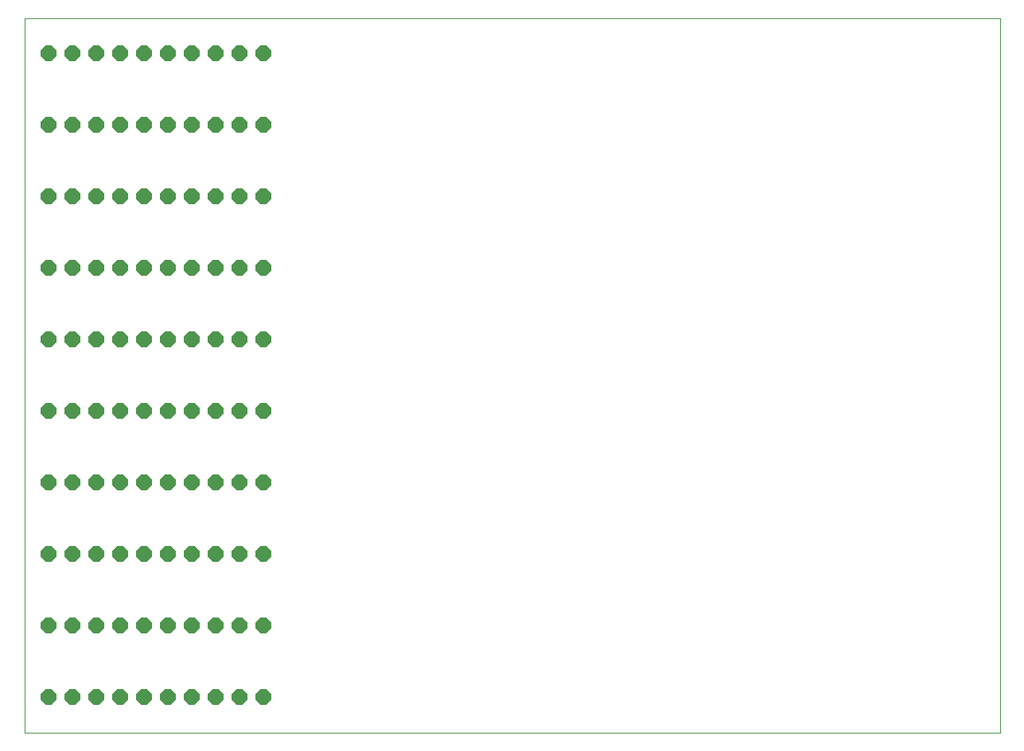
<source format=gbs>
G75*
%MOIN*%
%OFA0B0*%
%FSLAX25Y25*%
%IPPOS*%
%LPD*%
%AMOC8*
5,1,8,0,0,1.08239X$1,22.5*
%
%ADD10C,0.00000*%
%ADD11OC8,0.06400*%
D10*
X0001000Y0001000D02*
X0001000Y0300961D01*
X0409701Y0300961D01*
X0409701Y0001000D01*
X0001000Y0001000D01*
D11*
X0011000Y0016000D03*
X0021000Y0016000D03*
X0031000Y0016000D03*
X0041000Y0016000D03*
X0051000Y0016000D03*
X0061000Y0016000D03*
X0071000Y0016000D03*
X0081000Y0016000D03*
X0091000Y0016000D03*
X0101000Y0016000D03*
X0101000Y0046000D03*
X0091000Y0046000D03*
X0081000Y0046000D03*
X0071000Y0046000D03*
X0061000Y0046000D03*
X0051000Y0046000D03*
X0041000Y0046000D03*
X0031000Y0046000D03*
X0021000Y0046000D03*
X0011000Y0046000D03*
X0011000Y0076000D03*
X0021000Y0076000D03*
X0031000Y0076000D03*
X0041000Y0076000D03*
X0051000Y0076000D03*
X0061000Y0076000D03*
X0071000Y0076000D03*
X0081000Y0076000D03*
X0091000Y0076000D03*
X0101000Y0076000D03*
X0101000Y0106000D03*
X0091000Y0106000D03*
X0081000Y0106000D03*
X0071000Y0106000D03*
X0061000Y0106000D03*
X0051000Y0106000D03*
X0041000Y0106000D03*
X0031000Y0106000D03*
X0021000Y0106000D03*
X0011000Y0106000D03*
X0011000Y0136000D03*
X0021000Y0136000D03*
X0031000Y0136000D03*
X0041000Y0136000D03*
X0051000Y0136000D03*
X0061000Y0136000D03*
X0071000Y0136000D03*
X0081000Y0136000D03*
X0091000Y0136000D03*
X0101000Y0136000D03*
X0101000Y0166000D03*
X0091000Y0166000D03*
X0081000Y0166000D03*
X0071000Y0166000D03*
X0061000Y0166000D03*
X0051000Y0166000D03*
X0041000Y0166000D03*
X0031000Y0166000D03*
X0021000Y0166000D03*
X0011000Y0166000D03*
X0011000Y0196000D03*
X0021000Y0196000D03*
X0031000Y0196000D03*
X0041000Y0196000D03*
X0051000Y0196000D03*
X0061000Y0196000D03*
X0071000Y0196000D03*
X0081000Y0196000D03*
X0091000Y0196000D03*
X0101000Y0196000D03*
X0101000Y0226000D03*
X0091000Y0226000D03*
X0081000Y0226000D03*
X0071000Y0226000D03*
X0061000Y0226000D03*
X0051000Y0226000D03*
X0041000Y0226000D03*
X0031000Y0226000D03*
X0021000Y0226000D03*
X0011000Y0226000D03*
X0011000Y0256000D03*
X0021000Y0256000D03*
X0031000Y0256000D03*
X0041000Y0256000D03*
X0051000Y0256000D03*
X0061000Y0256000D03*
X0071000Y0256000D03*
X0081000Y0256000D03*
X0091000Y0256000D03*
X0101000Y0256000D03*
X0101000Y0286000D03*
X0091000Y0286000D03*
X0081000Y0286000D03*
X0071000Y0286000D03*
X0061000Y0286000D03*
X0051000Y0286000D03*
X0041000Y0286000D03*
X0031000Y0286000D03*
X0021000Y0286000D03*
X0011000Y0286000D03*
M02*

</source>
